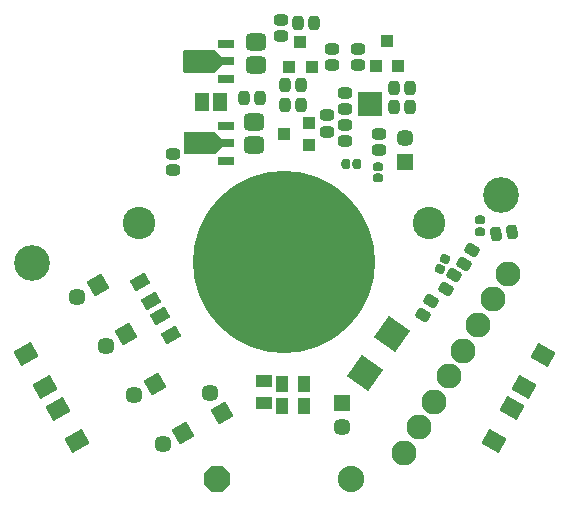
<source format=gts>
G04 Layer_Color=8388736*
%FSLAX24Y24*%
%MOIN*%
G70*
G01*
G75*
%ADD91R,0.0827X0.0827*%
G04:AMPARAMS|DCode=92|XSize=37.1mil|YSize=47.4mil|CornerRadius=9.8mil|HoleSize=0mil|Usage=FLASHONLY|Rotation=190.000|XOffset=0mil|YOffset=0mil|HoleType=Round|Shape=RoundedRectangle|*
%AMROUNDEDRECTD92*
21,1,0.0371,0.0277,0,0,190.0*
21,1,0.0175,0.0474,0,0,190.0*
1,1,0.0197,-0.0110,0.0121*
1,1,0.0197,0.0062,0.0152*
1,1,0.0197,0.0110,-0.0121*
1,1,0.0197,-0.0062,-0.0152*
%
%ADD92ROUNDEDRECTD92*%
G04:AMPARAMS|DCode=93|XSize=37.1mil|YSize=47.4mil|CornerRadius=9.8mil|HoleSize=0mil|Usage=FLASHONLY|Rotation=60.000|XOffset=0mil|YOffset=0mil|HoleType=Round|Shape=RoundedRectangle|*
%AMROUNDEDRECTD93*
21,1,0.0371,0.0277,0,0,60.0*
21,1,0.0175,0.0474,0,0,60.0*
1,1,0.0197,0.0164,0.0006*
1,1,0.0197,0.0076,-0.0145*
1,1,0.0197,-0.0164,-0.0006*
1,1,0.0197,-0.0076,0.0145*
%
%ADD93ROUNDEDRECTD93*%
G04:AMPARAMS|DCode=94|XSize=118.7mil|YSize=118.7mil|CornerRadius=59.4mil|HoleSize=0mil|Usage=FLASHONLY|Rotation=45.000|XOffset=0mil|YOffset=0mil|HoleType=Round|Shape=RoundedRectangle|*
%AMROUNDEDRECTD94*
21,1,0.1187,0.0000,0,0,45.0*
21,1,0.0000,0.1187,0,0,45.0*
1,1,0.1187,0.0000,0.0000*
1,1,0.1187,0.0000,0.0000*
1,1,0.1187,0.0000,0.0000*
1,1,0.1187,0.0000,0.0000*
%
%ADD94ROUNDEDRECTD94*%
G04:AMPARAMS|DCode=95|XSize=118.7mil|YSize=118.7mil|CornerRadius=59.4mil|HoleSize=0mil|Usage=FLASHONLY|Rotation=60.000|XOffset=0mil|YOffset=0mil|HoleType=Round|Shape=RoundedRectangle|*
%AMROUNDEDRECTD95*
21,1,0.1187,0.0000,0,0,60.0*
21,1,0.0000,0.1187,0,0,60.0*
1,1,0.1187,0.0000,0.0000*
1,1,0.1187,0.0000,0.0000*
1,1,0.1187,0.0000,0.0000*
1,1,0.1187,0.0000,0.0000*
%
%ADD95ROUNDEDRECTD95*%
G04:AMPARAMS|DCode=96|XSize=37.1mil|YSize=47.4mil|CornerRadius=9.8mil|HoleSize=0mil|Usage=FLASHONLY|Rotation=90.000|XOffset=0mil|YOffset=0mil|HoleType=Round|Shape=RoundedRectangle|*
%AMROUNDEDRECTD96*
21,1,0.0371,0.0277,0,0,90.0*
21,1,0.0175,0.0474,0,0,90.0*
1,1,0.0197,0.0139,0.0087*
1,1,0.0197,0.0139,-0.0087*
1,1,0.0197,-0.0139,-0.0087*
1,1,0.0197,-0.0139,0.0087*
%
%ADD96ROUNDEDRECTD96*%
G04:AMPARAMS|DCode=97|XSize=30mil|YSize=32mil|CornerRadius=8.4mil|HoleSize=0mil|Usage=FLASHONLY|Rotation=0.000|XOffset=0mil|YOffset=0mil|HoleType=Round|Shape=RoundedRectangle|*
%AMROUNDEDRECTD97*
21,1,0.0300,0.0152,0,0,0.0*
21,1,0.0132,0.0320,0,0,0.0*
1,1,0.0168,0.0066,-0.0076*
1,1,0.0168,-0.0066,-0.0076*
1,1,0.0168,-0.0066,0.0076*
1,1,0.0168,0.0066,0.0076*
%
%ADD97ROUNDEDRECTD97*%
G04:AMPARAMS|DCode=98|XSize=30mil|YSize=32mil|CornerRadius=8.4mil|HoleSize=0mil|Usage=FLASHONLY|Rotation=270.000|XOffset=0mil|YOffset=0mil|HoleType=Round|Shape=RoundedRectangle|*
%AMROUNDEDRECTD98*
21,1,0.0300,0.0152,0,0,270.0*
21,1,0.0132,0.0320,0,0,270.0*
1,1,0.0168,-0.0076,-0.0066*
1,1,0.0168,-0.0076,0.0066*
1,1,0.0168,0.0076,0.0066*
1,1,0.0168,0.0076,-0.0066*
%
%ADD98ROUNDEDRECTD98*%
G04:AMPARAMS|DCode=99|XSize=55.2mil|YSize=67.1mil|CornerRadius=0mil|HoleSize=0mil|Usage=FLASHONLY|Rotation=240.000|XOffset=0mil|YOffset=0mil|HoleType=Round|Shape=Rectangle|*
%AMROTATEDRECTD99*
4,1,4,-0.0152,0.0407,0.0428,0.0072,0.0152,-0.0407,-0.0428,-0.0072,-0.0152,0.0407,0.0*
%
%ADD99ROTATEDRECTD99*%

G04:AMPARAMS|DCode=100|XSize=55.2mil|YSize=67.1mil|CornerRadius=0mil|HoleSize=0mil|Usage=FLASHONLY|Rotation=300.000|XOffset=0mil|YOffset=0mil|HoleType=Round|Shape=Rectangle|*
%AMROTATEDRECTD100*
4,1,4,-0.0428,0.0072,0.0152,0.0407,0.0428,-0.0072,-0.0152,-0.0407,-0.0428,0.0072,0.0*
%
%ADD100ROTATEDRECTD100*%

%ADD101P,0.1230X4X100.0*%
%ADD102R,0.0513X0.0631*%
%ADD103R,0.0552X0.0277*%
%ADD104R,0.0474X0.0277*%
G04:AMPARAMS|DCode=105|XSize=37.1mil|YSize=47.4mil|CornerRadius=9.8mil|HoleSize=0mil|Usage=FLASHONLY|Rotation=0.000|XOffset=0mil|YOffset=0mil|HoleType=Round|Shape=RoundedRectangle|*
%AMROUNDEDRECTD105*
21,1,0.0371,0.0277,0,0,0.0*
21,1,0.0175,0.0474,0,0,0.0*
1,1,0.0197,0.0087,-0.0139*
1,1,0.0197,-0.0087,-0.0139*
1,1,0.0197,-0.0087,0.0139*
1,1,0.0197,0.0087,0.0139*
%
%ADD105ROUNDEDRECTD105*%
G04:AMPARAMS|DCode=106|XSize=60mil|YSize=68mil|CornerRadius=17mil|HoleSize=0mil|Usage=FLASHONLY|Rotation=270.000|XOffset=0mil|YOffset=0mil|HoleType=Round|Shape=RoundedRectangle|*
%AMROUNDEDRECTD106*
21,1,0.0600,0.0340,0,0,270.0*
21,1,0.0260,0.0680,0,0,270.0*
1,1,0.0340,-0.0170,-0.0130*
1,1,0.0340,-0.0170,0.0130*
1,1,0.0340,0.0170,0.0130*
1,1,0.0340,0.0170,-0.0130*
%
%ADD106ROUNDEDRECTD106*%
%ADD107R,0.0415X0.0572*%
%ADD108R,0.0572X0.0415*%
G04:AMPARAMS|DCode=109|XSize=57.2mil|YSize=41.5mil|CornerRadius=0mil|HoleSize=0mil|Usage=FLASHONLY|Rotation=210.000|XOffset=0mil|YOffset=0mil|HoleType=Round|Shape=Rectangle|*
%AMROTATEDRECTD109*
4,1,4,0.0144,0.0323,0.0351,-0.0037,-0.0144,-0.0323,-0.0351,0.0037,0.0144,0.0323,0.0*
%
%ADD109ROTATEDRECTD109*%

%ADD110R,0.0400X0.0440*%
%ADD111R,0.0440X0.0400*%
%ADD112R,0.0228X0.0218*%
%ADD113R,0.0218X0.0228*%
G04:AMPARAMS|DCode=114|XSize=30mil|YSize=32mil|CornerRadius=8.4mil|HoleSize=0mil|Usage=FLASHONLY|Rotation=60.000|XOffset=0mil|YOffset=0mil|HoleType=Round|Shape=RoundedRectangle|*
%AMROUNDEDRECTD114*
21,1,0.0300,0.0152,0,0,60.0*
21,1,0.0132,0.0320,0,0,60.0*
1,1,0.0168,0.0099,0.0019*
1,1,0.0168,0.0033,-0.0095*
1,1,0.0168,-0.0099,-0.0019*
1,1,0.0168,-0.0033,0.0095*
%
%ADD114ROUNDEDRECTD114*%
%ADD115C,0.0570*%
%ADD116R,0.0570X0.0570*%
%ADD117P,0.0806X4X165.0*%
%ADD118C,0.0880*%
%ADD119P,0.0953X8X22.5*%
%ADD120C,0.1080*%
%ADD121C,0.6080*%
%ADD122C,0.0828*%
%ADD123P,0.0806X4X255.0*%
G36*
X1413Y12515D02*
X2397Y12515D01*
X2402Y12514D01*
X2408Y12513D01*
X2412Y12512D01*
X2417Y12509D01*
X2422Y12506D01*
X2426Y12503D01*
X2662Y12267D01*
X2665Y12263D01*
X2668Y12258D01*
X2670Y12254D01*
X2672Y12249D01*
X2673Y12244D01*
X2673Y12238D01*
Y12042D01*
X2673Y12036D01*
X2672Y12031D01*
X2670Y12026D01*
X2668Y12022D01*
X2665Y12017D01*
X2662Y12013D01*
X2426Y11777D01*
X2422Y11774D01*
X2417Y11771D01*
X2412Y11768D01*
X2408Y11767D01*
X2402Y11766D01*
X2397Y11765D01*
X1413Y11765D01*
X1413D01*
D01*
X1408Y11766D01*
X1403Y11767D01*
X1398Y11768D01*
X1395Y11769D01*
X1393Y11771D01*
X1389Y11774D01*
X1385Y11777D01*
Y11777D01*
X1385D01*
X1381Y11781D01*
X1378Y11785D01*
X1377Y11788D01*
X1376Y11790D01*
X1374Y11795D01*
X1373Y11800D01*
X1373Y11805D01*
D01*
Y11805D01*
X1373Y12475D01*
X1373Y12480D01*
X1374Y12485D01*
X1376Y12490D01*
X1377Y12492D01*
X1378Y12495D01*
X1381Y12499D01*
X1385Y12503D01*
X1385D01*
Y12503D01*
X1389Y12506D01*
X1393Y12509D01*
X1395Y12511D01*
X1398Y12512D01*
X1403Y12513D01*
X1408Y12514D01*
X1413Y12515D01*
X1413D01*
D01*
D01*
D02*
G37*
G36*
X1403Y15245D02*
X2387Y15245D01*
X2392Y15244D01*
X2398Y15243D01*
X2403Y15242D01*
X2407Y15239D01*
X2412Y15236D01*
X2416Y15233D01*
X2652Y14997D01*
X2655Y14993D01*
X2658Y14988D01*
X2660Y14984D01*
X2662Y14979D01*
X2663Y14974D01*
X2663Y14968D01*
Y14772D01*
X2663Y14766D01*
X2662Y14761D01*
X2660Y14756D01*
X2658Y14752D01*
X2655Y14747D01*
X2652Y14743D01*
X2416Y14507D01*
X2412Y14504D01*
X2407Y14501D01*
X2403Y14498D01*
X2398Y14497D01*
X2392Y14496D01*
X2387Y14495D01*
X1403D01*
D01*
X1403D01*
X1398Y14496D01*
X1393Y14497D01*
X1388Y14498D01*
X1383Y14501D01*
X1380Y14503D01*
X1379Y14504D01*
X1375Y14507D01*
Y14507D01*
X1375D01*
X1371Y14511D01*
X1370Y14512D01*
X1368Y14515D01*
X1366Y14520D01*
X1364Y14525D01*
X1363Y14530D01*
X1363Y14535D01*
D01*
Y14535D01*
X1363Y15205D01*
X1363Y15210D01*
X1364Y15215D01*
X1366Y15220D01*
X1368Y15225D01*
X1370Y15228D01*
X1371Y15229D01*
X1375Y15233D01*
X1375D01*
Y15233D01*
X1379Y15236D01*
X1380Y15237D01*
X1383Y15239D01*
X1388Y15242D01*
X1393Y15243D01*
X1398Y15244D01*
X1403Y15245D01*
X1403D01*
D01*
D01*
D02*
G37*
D91*
X7590Y13440D02*
D03*
D92*
X11786Y9103D02*
D03*
X12314Y9196D02*
D03*
D93*
X10984Y8582D02*
D03*
X10716Y8118D02*
D03*
X10384Y7732D02*
D03*
X10116Y7268D02*
D03*
X9604Y6892D02*
D03*
X9336Y6428D02*
D03*
D94*
X-3690Y8140D02*
D03*
D95*
X11940Y10420D02*
D03*
D96*
X7190Y15288D02*
D03*
Y14752D02*
D03*
X7870Y11912D02*
D03*
Y12448D02*
D03*
X6300Y15288D02*
D03*
Y14752D02*
D03*
X6135Y13066D02*
D03*
X6135Y12531D02*
D03*
X4615Y15727D02*
D03*
Y16262D02*
D03*
X6750Y13802D02*
D03*
Y13267D02*
D03*
Y12217D02*
D03*
Y12752D02*
D03*
X1020Y11788D02*
D03*
Y11252D02*
D03*
D97*
X6771Y11440D02*
D03*
X7150D02*
D03*
D98*
X7850Y11349D02*
D03*
X7850Y10970D02*
D03*
X11260Y9569D02*
D03*
Y9190D02*
D03*
D99*
X11700Y2219D02*
D03*
X12330Y3310D02*
D03*
X12730Y3999D02*
D03*
X13360Y5090D02*
D03*
D100*
X-2195Y2204D02*
D03*
X-2825Y3296D02*
D03*
X-3240Y4029D02*
D03*
X-3870Y5120D02*
D03*
D101*
X8313Y5777D02*
D03*
X7408Y4485D02*
D03*
D102*
X2585Y13510D02*
D03*
X1995Y13510D02*
D03*
D103*
X2781Y14279D02*
D03*
X2781Y15461D02*
D03*
X2791Y12731D02*
D03*
X2791Y11549D02*
D03*
D104*
X2820Y14870D02*
D03*
X2830Y12140D02*
D03*
D105*
X3918Y13650D02*
D03*
X3382Y13650D02*
D03*
X8392Y13340D02*
D03*
X8928D02*
D03*
X8392Y13980D02*
D03*
X8928D02*
D03*
X5713Y16154D02*
D03*
X5177Y16154D02*
D03*
X5283Y14074D02*
D03*
X4747Y14074D02*
D03*
X4742Y13410D02*
D03*
X5278Y13410D02*
D03*
D106*
X3790Y15504D02*
D03*
Y14750D02*
D03*
X3700Y12834D02*
D03*
X3700Y12080D02*
D03*
D107*
X5395Y3389D02*
D03*
X4666D02*
D03*
X5394Y4130D02*
D03*
X4666D02*
D03*
D108*
X4050Y3476D02*
D03*
X4050Y4204D02*
D03*
D109*
X578Y6375D02*
D03*
X942Y5745D02*
D03*
X281Y6870D02*
D03*
X-84Y7500D02*
D03*
D110*
X4881Y14681D02*
D03*
X5635Y14681D02*
D03*
X5255Y15514D02*
D03*
X7771Y14720D02*
D03*
X8525Y14720D02*
D03*
X8145Y15554D02*
D03*
D111*
X5564Y12066D02*
D03*
X5564Y12820D02*
D03*
X4730Y12440D02*
D03*
D112*
X7885Y13149D02*
D03*
X7295D02*
D03*
X7885Y13342D02*
D03*
X7295D02*
D03*
X7885Y13538D02*
D03*
X7295Y13538D02*
D03*
X7885Y13731D02*
D03*
X7295Y13731D02*
D03*
D113*
X7688Y13145D02*
D03*
X7492Y13145D02*
D03*
X7688Y13735D02*
D03*
X7492D02*
D03*
D114*
X10095Y8265D02*
D03*
X9906Y7936D02*
D03*
D115*
X8760Y12303D02*
D03*
X2263Y3831D02*
D03*
X6640Y2686D02*
D03*
X669Y2103D02*
D03*
X-2181Y7013D02*
D03*
X-1231Y5373D02*
D03*
X-281Y3733D02*
D03*
D116*
X8760Y11516D02*
D03*
X6640Y3474D02*
D03*
D117*
X2657Y3149D02*
D03*
D118*
X6957Y959D02*
D03*
D119*
X2477D02*
D03*
D120*
X-103Y9479D02*
D03*
X9557Y9479D02*
D03*
D121*
X4717Y8169D02*
D03*
D122*
X8725Y1820D02*
D03*
X9217Y2673D02*
D03*
X9709Y3525D02*
D03*
X10201Y4377D02*
D03*
X10693Y5230D02*
D03*
X11185Y6082D02*
D03*
X11677Y6935D02*
D03*
X12170Y7787D02*
D03*
D123*
X1351Y2497D02*
D03*
X-1499Y7407D02*
D03*
X-549Y5767D02*
D03*
X401Y4127D02*
D03*
M02*

</source>
